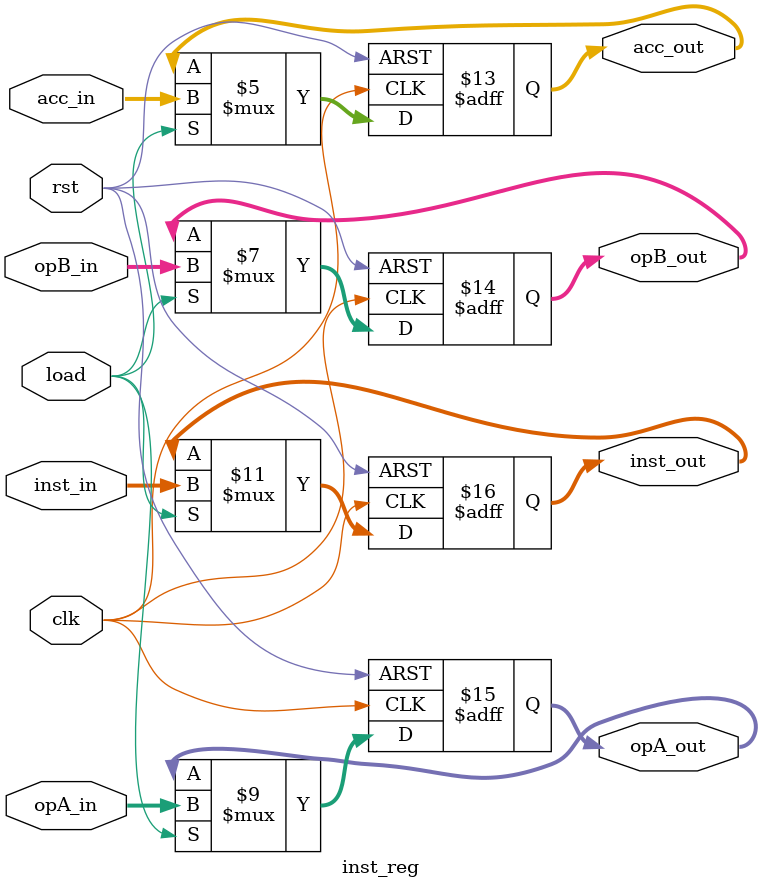
<source format=v>
`timescale 1ns / 1ps


module inst_reg(
input load,
input clk,
input rst,
input [2:0] inst_in,
input [3:0] opA_in,
input [3:0] opB_in,
input [3:0] acc_in,
output reg [2:0] inst_out,
output reg [3:0] opA_out,
output reg [3:0] opB_out,
output reg [3:0] acc_out
);

//Register
always @(posedge clk or posedge rst) begin
    if(rst)
        inst_out <= 3'b000;
    else if(load)
        inst_out<= inst_in;
 end
 
 // REgister A
always @(posedge clk or posedge rst) begin
    if(rst)
        opA_out <= 4'b0000;
     else if(load)
        opA_out <= opA_in;
 end   
 
// Register B
always @(posedge clk or posedge rst) begin
    if(rst)
        opB_out <= 4'b0000;
     else if(load)
        opB_out <= opB_in;
 end 
 
 //Accumulator
 always @(posedge clk or posedge rst) begin
    if(rst)
          acc_out <= 4'b0000;
    else if(load)
          acc_out <= acc_in;
end                
endmodule  


</source>
